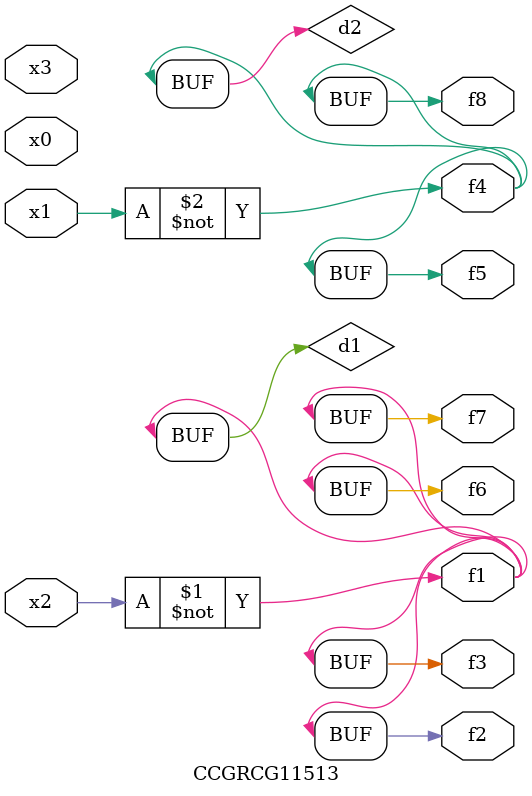
<source format=v>
module CCGRCG11513(
	input x0, x1, x2, x3,
	output f1, f2, f3, f4, f5, f6, f7, f8
);

	wire d1, d2;

	xnor (d1, x2);
	not (d2, x1);
	assign f1 = d1;
	assign f2 = d1;
	assign f3 = d1;
	assign f4 = d2;
	assign f5 = d2;
	assign f6 = d1;
	assign f7 = d1;
	assign f8 = d2;
endmodule

</source>
